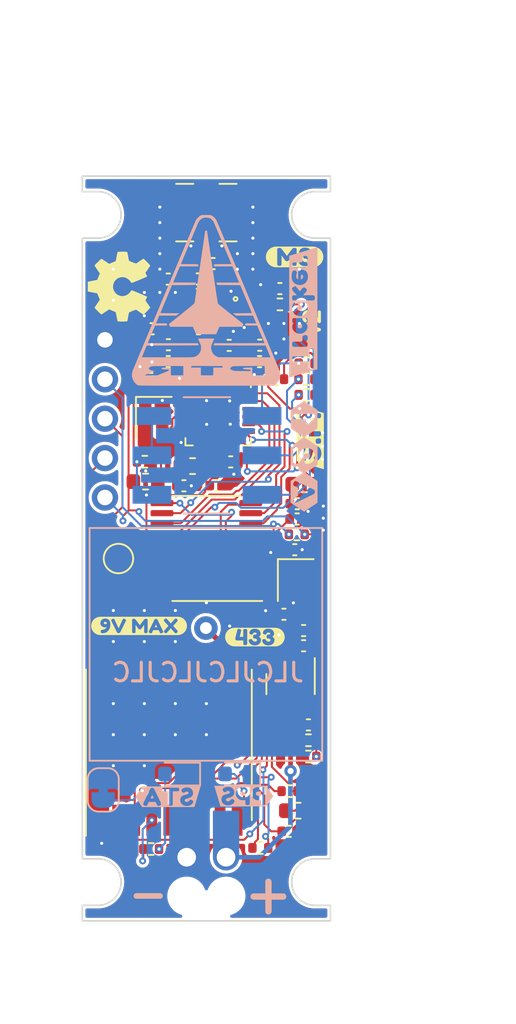
<source format=kicad_pcb>
(kicad_pcb (version 20221018) (generator pcbnew)
  (title_block (title "Tracker") (date "2023-02-07") (rev "1") (company "Polskie Towarzystwo Rakietowe") (comment 1 "bartekM, FlyingBanana, Kretu, Red Labs, karmelek, U.S. air force i inni"))
  (layers (0 "F.Cu" signal) (31 "B.Cu" signal) (34 "B.Paste" user) (35 "F.Paste" user) (36 "B.SilkS" user "B.Silkscreen") (37 "F.SilkS" user "F.Silkscreen") (38 "B.Mask" user) (39 "F.Mask" user) (44 "Edge.Cuts" user))
  (net 0 "")
  (net 1 "Net-(AE1-A)")
  (net 2 "+BATT")
  (net 3 "GND")
  (net 4 "Net-(U1-VREG)")
  (net 5 "Net-(U3-VDD{slash}VDDA)")
  (net 6 "Net-(U1-VR_PA)")
  (net 7 "+3V3")
  (net 8 "Net-(U1-RFI_P)")
  (net 9 "Net-(U4-V_BACKUP)")
  (net 10 "Net-(U1-RFI_N)")
  (net 11 "Net-(U5-RF2)")
  (net 12 "Net-(U1-RFO)")
  (net 13 "Net-(U5-RF1)")
  (net 14 "/Lora RF/3v3_lora")
  (net 15 "Net-(U5-RFC)")
  (net 16 "SPI1_MISO")
  (net 17 "SPI1_MOSI")
  (net 18 "SPI1_SCK")
  (net 19 "SPI1_SEL")
  (net 20 "Net-(J1-In)")
  (net 21 "XOUT")
  (net 22 "Net-(C13-Pad2)")
  (net 23 "Net-(U5-VCTL)")
  (net 24 "SWCLK")
  (net 25 "SWDIO")
  (net 26 "NRST")
  (net 27 "/Lora RF/XTA")
  (net 28 "USART1_RX")
  (net 29 "XIN")
  (net 30 "ADC_IN3")
  (net 31 "/Lora RF/XTB")
  (net 32 "USART1_TX")
  (net 33 "Net-(D1-A)")
  (net 34 "Net-(D2-A)")
  (net 35 "Net-(U1-DCC_SW)")
  (net 36 "Net-(U4-TIMEMARK)")
  (net 37 "Net-(U3-PA0)")
  (net 40 "PA4_INPUT")
  (net 41 "Net-(C20-Pad1)")
  (net 42 "Net-(C22-Pad2)")
  (net 43 "/Lora RF/CTL")
  (net 44 "Net-(R1-Pad2)")
  (net 45 "Net-(R2-Pad2)")
  (net 46 "Net-(R3-Pad2)")
  (net 47 "PA12")
  (net 48 "ADC_IN5")
  (net 49 "PA1_INPUT")
  (net 50 "PA2_INPUT")
  (footprint "Connector_Coaxial:SMA_Samtec_SMA-J-P-X-ST-EM1_EdgeMount" (layer "F.Cu") (at 152 84.5 180)
    (fp_text reference "J1")
    (fp_text value "Conn_Coaxial")
  )
  (footprint "Capacitor_SMD:C_0402_1005Metric" (layer "F.Cu") (at 158.27 112.27)
    (fp_text reference "C7")
    (fp_text value "1uF")
  )
  (footprint "Capacitor_SMD:C_0402_1005Metric" (layer "F.Cu") (at 148.5 91.84)
    (fp_text reference "C19")
    (fp_text value "18pF")
  )
  (footprint "Capacitor_SMD:C_0402_1005Metric" (layer "F.Cu") (at 157.7 106.08)
    (fp_text reference "C17")
    (fp_text value "20pF")
  )
  (footprint "Resistor_SMD:R_0402_1005Metric" (layer "F.Cu") (at 158.58 119.41 180)
    (fp_text reference "R9")
    (fp_text value "50k")
  )
  (footprint "Resistor_SMD:R_0402_1005Metric" (layer "F.Cu") (at 158.46 94.07 180)
    (fp_text reference "R1")
    (fp_text value "50k")
  )
  (footprint "Inductor_SMD:L_0603_1608Metric" (layer "F.Cu") (at 158.32 101.86 180)
    (fp_text reference "FB1")
    (fp_text value "200mA")
  )
  (footprint "Capacitor_SMD:C_0402_1005Metric" (layer "F.Cu") (at 152.7 101.95)
    (fp_text reference "C16")
    (fp_text value "100nF")
  )
  (footprint "kibuzzard-640F0FCE" (layer "F.Cu") (at 158.7 98.82 90)
    (fp_text reference "kibuzzard-640F0FCE" hide)
    (fp_text value "G***" hide)
  )
  (footprint "Capacitor_SMD:C_0402_1005Metric" (layer "F.Cu") (at 153.47 92.91)
    (fp_text reference "C11")
    (fp_text value "4.7pF")
  )
  (footprint "Resistor_SMD:R_0402_1005Metric" (layer "F.Cu") (at 158.58 118.36)
    (fp_text reference "R7")
    (fp_text value "100k")
  )
  (footprint "kibuzzard-65A3B6E4" (layer "F.Cu") (at 155.13 111.71)
    (fp_text reference "kibuzzard-65A3B6E4" hide)
    (fp_text value "G***" hide)
  )
  (footprint "Crystal:Crystal_SMD_2016-4Pin_2.0x1.6mm" (layer "F.Cu") (at 148.61 97.58 -90)
    (fp_text reference "Y1")
    (fp_text value "NX2016SA-32MHZ-STD-CZS-5")
  )
  (footprint "Capacitor_SMD:C_0402_1005Metric" (layer "F.Cu") (at 151.49 91.84 180)
    (fp_text reference "C13")
    (fp_text value "3.3pF")
  )
  (footprint "Capacitor_SMD:C_0402_1005Metric" (layer "F.Cu") (at 158.58 117.37)
    (fp_text reference "C2")
    (fp_text value "1uF")
  )
  (footprint "Inductor_SMD:L_0603_1608Metric" (layer "F.Cu") (at 148.08 101.69)
    (fp_text reference "FB3")
    (fp_text value "200mA")
  )
  (footprint "Capacitor_SMD:C_0402_1005Metric" (layer "F.Cu") (at 149.55 92.87 180)
    (fp_text reference "C4")
    (fp_text value "100pF")
  )
  (footprint "Package_SO:TSSOP-20_4.4x6.5mm_P0.65mm" (layer "F.Cu") (at 152 106 180)
    (fp_text reference "U3")
    (fp_text value "STM32G030F6P6")
  )
  (footprint "Capacitor_SMD:C_0402_1005Metric" (layer "F.Cu") (at 155.44 92.9 180)
    (fp_text reference "C12")
    (fp_text value "1pF")
  )
  (footprint "Crystal:Crystal_SMD_2016-4Pin_2.0x1.6mm" (layer "F.Cu") (at 157.76 108.04 -90)
    (fp_text reference "Y2")
    (fp_text value "NX2016SA-32MHZ-STD-CZS-5")
  )
  (footprint "Resistor_SMD:R_0402_1005Metric" (layer "F.Cu") (at 155.48 125.3 180)
    (fp_text reference "R10")
    (fp_text value "1k")
  )
  (footprint "Resistor_SMD:R_0402_1005Metric" (layer "F.Cu") (at 156.74 90.27 180)
    (fp_text reference "R5")
    (fp_text value "100R")
  )
  (footprint "Capacitor_SMD:C_0402_1005Metric" (layer "F.Cu") (at 148.42 95.05 180)
    (fp_text reference "C14")
    (fp_text value "100nF")
  )
  (footprint "TestPoint:TestPoint_Pad_D1.5mm" (layer "F.Cu") (at 146.33 106.65)
    (fp_text reference "TP1")
    (fp_text value "TestPoint")
  )
  (footprint "Capacitor_SMD:C_0402_1005Metric" (layer "F.Cu") (at 157 110.24 180)
    (fp_text reference "C18")
    (fp_text value "20pF")
  )
  (footprint "Resistor_SMD:R_0402_1005Metric" (layer "F.Cu") (at 157.36 121.64 180)
    (fp_text reference "R6")
    (fp_text value "10k")
  )
  (footprint "Inductor_SMD:L_0402_1005Metric" (layer "F.Cu") (at 151.51 93.97)
    (fp_text reference "L2")
    (fp_text value "68nH")
  )
  (footprint "Capacitor_SMD:C_0402_1005Metric" (layer "F.Cu") (at 153.57 100.42)
    (fp_text reference "C15")
    (fp_text value "100nF")
  )
  (footprint "Inductor_SMD:L_0402_1005Metric" (layer "F.Cu") (at 150.5 87.64)
    (fp_text reference "L6")
    (fp_text value "0R")
  )
  (footprint "Capacitor_SMD:C_0402_1005Metric" (layer "F.Cu") (at 155.43 93.96 180)
    (fp_text reference "C9")
    (fp_text value "3.3pF")
  )
  (footprint "Inductor_SMD:L_0603_1608Metric" (layer "F.Cu") (at 157.91 122.9)
    (fp_text reference "FB2")
    (fp_text value "200mA")
  )
  (footprint "Capacitor_SMD:C_0402_1005Metric" (layer "F.Cu") (at 157.85 104.1)
    (fp_text reference "C3")
    (fp_text value "4.7uF")
  )
  (footprint "Package_DFN_QFN:QFN-24-1EP_4x4mm_P0.5mm_EP2.7x2.7mm" (layer "F.Cu") (at 152.76 97.25)
    (fp_text reference "U1")
    (fp_text value "SX1262")
  )
  (footprint "kibuzzard-65194BBF" (layer "F.Cu") (at 157.69 87.21)
    (fp_text reference "kibuzzard-65194BBF" hide)
    (fp_text value "G***" hide)
  )
  (footprint "Inductor_SMD:L_0402_1005Metric" (layer "F.Cu") (at 149.48 90.82)
    (fp_text reference "L5")
    (fp_text value "15nH")
  )
  (footprint "Capacitor_SMD:C_0402_1005Metric" (layer "F.Cu") (at 150.55 101.96)
    (fp_text reference "C1")
    (fp_text value "470nF")
  )
  (footprint "Resistor_SMD:R_0402_1005Metric" (layer "F.Cu") (at 157.83 105.09 180)
    (fp_text reference "R12")
    (fp_text value "10k")
  )
  (footprint "Capacitor_SMD:C_0402_1005Metric" (layer "F.Cu") (at 151.48 89.62)
    (fp_text reference "C26")
    (fp_text value "100nF")
  )
  (footprint "Resistor_SMD:R_0402_1005Metric" (layer "F.Cu") (at 156.5 95.09 180)
    (fp_text reference "R4")
    (fp_text value "10k")
  )
  (footprint "Capacitor_SMD:C_0402_1005Metric" (layer "F.Cu") (at 149.54 93.96 180)
    (fp_text reference "C8")
    (fp_text value "22nF")
  )
  (footprint "kibuzzard-64020663" (layer "F.Cu") (at 147.66 110.99)
    (fp_text reference "kibuzzard-64020663" hide)
    (fp_text value "G***" hide)
  )
  (footprint "Inductor_SMD:L_0402_1005Metric" (layer "F.Cu") (at 153.48 93.97)
    (fp_text reference "L3")
    (fp_text value "33nH")
  )
  (footprint "Capacitor_SMD:C_0402_1005Metric" (layer "F.Cu") (at 157.34 124.23)
    (fp_text reference "C10")
    (fp_text value "100nF")
  )
  (footprint "Resistor_SMD:R_0402_1005Metric" (layer "F.Cu") (at 158.45 95.09 180)
    (fp_text reference "R2")
    (fp_text value "10k")
  )
  (footprint "Capacitor_SMD:C_0402_1005Metric" (layer "F.Cu") (at 151.49 90.81)
    (fp_text reference "C20")
    (fp_text value "100pF")
  )
  (footprint "stanley_footprints:QFN_6_1x1mm" (layer "F.Cu") (at 154.56 90.55)
    (fp_text reference "U5")
    (fp_text value "SKY13453-385LF")
  )
  (footprint "Resistor_SMD:R_0402_1005Metric" (layer "F.Cu") (at 148.03 100.41)
    (fp_text reference "R11")
    (fp_text value "50k")
  )
  (footprint "Package_TO_SOT_SMD:SOT-23" (layer "F.Cu") (at 157.43 114.74 -90)
    (fp_text reference "U2")
    (fp_text value "AP2210N-3.3TRG1")
  )
  (footprint "Resistor_SMD:R_0402_1005Metric" (layer "F.Cu") (at 158.46 96.1 180)
    (fp_text reference "R3")
    (fp_text value "5k")
  )
  (footprint "RF_GPS:SIM28ML" (layer "F.Cu") (at 149.58 118.66 90)
    (fp_text reference "U4")
    (fp_text value "SIM28ML")
  )
  (footprint "Capacitor_SMD:C_0402_1005Metric" (layer "F.Cu") (at 151.48 88.63 180)
    (fp_text reference "C22")
    (fp_text value "33pF")
  )
  (footprint "Resistor_SMD:R_0402_1005Metric" (layer "F.Cu") (at 148.44 125.37)
    (fp_text reference "R8")
    (fp_text value "1k")
  )
  (footprint "Inductor_SMD:L_0603_1608Metric" (layer "F.Cu") (at 151.11 100.69 180)
    (fp_text reference "L1")
    (fp_text value "15uH")
  )
  (footprint "Capacitor_SMD:C_0402_1005Metric" (layer "F.Cu") (at 158.27 111.29)
    (fp_text reference "C5")
    (fp_text value "1uF")
  )
  (footprint "Capacitor_SMD:C_0402_1005Metric" (layer "F.Cu") (at 156.74 89.25 180)
    (fp_text reference "C25")
    (fp_text value "100nF")
  )
  (footprint "Capacitor_SMD:C_0402_1005Metric" (layer "F.Cu") (at 152.43 87.64 180)
    (fp_text reference "C24")
    (fp_text value "TBD")
  )
  (footprint "Capacitor_SMD:C_0402_1005Metric" (layer "F.Cu") (at 149.54 88.64)
    (fp_text reference "C23")
    (fp_text value "TBD")
  )
  (footprint "Capacitor_SMD:C_0402_1005Metric" (layer "F.Cu") (at 153.01 91.28 90)
    (fp_text reference "C21")
    (fp_text value "15pF")
  )
  (footprint "Capacitor_SMD:C_0402_1005Metric" (layer "F.Cu") (at 157.86 103.115)
    (fp_text reference "C6")
    (fp_text value "100nF")
  )
  (footprint "Symbol:OSHW-Logo_5.7x6mm_SilkScreen" (layer "F.Cu") (at 147.37 89.13 90)
    (fp_text reference "REF**" hide)
    (fp_text value "OSHW-Logo_5.7x6mm_SilkScreen" hide)
  )
  (footprint "Inductor_SMD:L_0402_1005Metric" (layer "F.Cu") (at 151.51 92.89 180)
    (fp_text reference "L4")
    (fp_text value "3.9nH")
  )
  (footprint "kibuzzard-651ADEAE" (layer "B.Cu") (at 149.52 122 180)
    (fp_text reference "kibuzzard-651ADEAE" hide)
    (fp_text value "G***" hide)
  )
  (footprint "kibuzzard-63C2A895" (layer "B.Cu") (at 158.3 100.01 90)
    (fp_text reference "kibuzzard-63C2A895" hide)
    (fp_text value "G***" hide)
  )
  (footprint "kibuzzard-651ADEA2" (layer "B.Cu") (at 154.41 121.96 180)
    (fp_text reference "kibuzzard-651ADEA2" hide)
    (fp_text value "G***" hide)
  )
  (footprint "LED_SMD:LED_0603_1608Metric" (layer "B.Cu") (at 153.99 120.53 180)
    (fp_text reference "D2")
    (fp_text value "LED")
  )
  (footprint "Jumper:SolderJumper-2_P1.3mm_Bridged_RoundedPad1.0x1.5mm" (layer "B.Cu") (at 145.35 121.56 -90)
    (fp_text reference "JP1")
    (fp_text value "SolderJumper_2_Bridged")
  )
  (footprint "Connector_PinHeader_2.54mm:PinHeader_1x05_P2.54mm_Vertical" (layer "B.Cu") (at 145.46 92.555 180)
    (fp_text reference "J2")
    (fp_text value "Conn_01x05_Male")
  )
  (footprint "kibuzzard-63C2A8A3" (layer "B.Cu") (at 158.3 97.67 90)
    (fp_text reference "kibuzzard-63C2A8A3" hide)
    (fp_text value "G***" hide)
  )
  (footprint "stanley_footprints:ESD103EZ" (layer "B.Cu") (at 152.04 100 -90)
    (fp_text reference "SW1")
    (fp_text value "SW_DIP_x03")
  )
  (footprint "stanley_footprints:ANT1575-1540D" (layer "B.Cu") (at 151.97 112.18 180)
    (fp_text reference "AE1")
    (fp_text value "Antenna")
  )
  (footprint "stanley_footprints:ptr_logo_11" (layer "B.Cu") (at 152 90 180)
    (fp_text reference "G***")
    (fp_text value "LOGO" hide)
  )
  (footprint "kibuzzard-640F1272" (layer "B.Cu") (at 158.25 90.79 90)
    (fp_text reference "kibuzzard-640F1272" hide)
    (fp_text value "G***" hide)
  )
  (footprint "stanley_footprints:sturdy_2.54_battery_screw" (layer "B.Cu") (at 152 125.9 180)
    (fp_text reference "BT1")
    (fp_text value "Battery")
  )
  (footprint "LED_SMD:LED_0603_1608Metric" (layer "B.Cu") (at 150.11 120.54 180)
    (fp_text reference "D1")
    (fp_text value "LED")
  )
  (footprint "kibuzzard-6408E8C9" (layer "B.Cu") (at 158.3 102.35 90)
    (fp_text reference "kibuzzard-6408E8C9" hide)
    (fp_text value "G***" hide)
  )
  (gr_line (start 157 130) (end 147 130) (stroke (width 0.1)) (layer "Edge.Cuts"))
  (gr_line (start 144 126) (end 144 86) (stroke (width 0.1)) (layer "Edge.Cuts"))
  (gr_line (start 160 86) (end 160 126) (stroke (width 0.1)) (layer "Edge.Cuts"))
  (gr_line (start 145 126) (end 144 126) (stroke (width 0.1)) (layer "Edge.Cuts"))
  (gr_arc (start 159 129) (mid 157.5 127.5) (end 159 126) (stroke (width 0.1)) (layer "Edge.Cuts"))
  (gr_line (start 160 130) (end 160 129) (stroke (width 0.1)) (layer "Edge.Cuts"))
  (gr_line (start 144 130) (end 147 130) (stroke (width 0.1)) (layer "Edge.Cuts"))
  (gr_line (start 144 129) (end 145 129) (stroke (width 0.1)) (layer "Edge.Cuts"))
  (gr_line (start 144 83) (end 145 83) (stroke (width 0.1)) (layer "Edge.Cuts"))
  (gr_line (start 160 83) (end 159 83) (stroke (width 0.1)) (layer "Edge.Cuts"))
  (gr_line (start 144 83) (end 144 82) (stroke (width 0.1)) (layer "Edge.Cuts"))
  (gr_line (start 160 86) (end 159 86) (stroke (width 0.1)) (layer "Edge.Cuts"))
  (gr_line (start 157 82) (end 147 82) (stroke (width 0.1)) (layer "Edge.Cuts"))
  (gr_arc (start 159 86) (mid 157.5 84.5) (end 159 83) (stroke (width 0.1)) (layer "Edge.Cuts"))
  (gr_arc (start 145 126) (mid 146.5 127.5) (end 145 129) (stroke (width 0.1)) (layer "Edge.Cuts"))
  (gr_arc (start 145 83) (mid 146.5 84.5) (end 145 86) (stroke (width 0.1)) (layer "Edge.Cuts"))
  (gr_line (start 159 129) (end 160 129) (stroke (width 0.1)) (layer "Edge.Cuts"))
  (gr_line (start 144 86) (end 145 86) (stroke (width 0.1)) (layer "Edge.Cuts"))
  (gr_line (start 144 129) (end 144 130) (stroke (width 0.1)) (layer "Edge.Cuts"))
  (gr_line (start 159 126) (end 160 126) (stroke (width 0.1)) (layer "Edge.Cuts"))
  (gr_line (start 157 130) (end 160 130) (stroke (width 0.1)) (layer "Edge.Cuts"))
  (gr_line (start 144 82) (end 147 82) (stroke (width 0.1)) (layer "Edge.Cuts"))
  (gr_line (start 157 82) (end 160 82) (stroke (width 0.1)) (layer "Edge.Cuts"))
  (gr_line (start 160 82) (end 160 83) (stroke (width 0.1)) (layer "Edge.Cuts"))
  (gr_text "-" (at 148.25 128.25) (layer "B.SilkS") (effects (font (size 2 2) (thickness 0.35)) (justify mirror)))
  (gr_text "+" (at 156 128.25) (layer "B.SilkS") (effects (font (size 2.5 2.5) (thickness 0.4)) (justify mirror)))
  (gr_text "JLCJLCJLCJLC" (at 152.09 113.99) (layer "B.SilkS") (effects (font (size 1.2 1.2) (thickness 0.2)) (justify mirror)))
  (gr_text "v2" (at 159.42 92.41 90) (layer "F.SilkS") (effects (font (size 1 1) (thickness 0.2) bold) (justify left bottom)))
  (gr_text "-" (at 148.25 128.25) (layer "F.SilkS") (effects (font (size 2 2) (thickness 0.35))))
  (gr_text "+" (at 156 128.25) (layer "F.SilkS") (effects (font (size 2.5 2.5) (thickness 0.4))))
  (segment (start 152.88 112.04) (end 151.97 111.13) (width 0.35) (layer "F.Cu") (net 1))
  (segment (start 152.88 113.81) (end 152.88 112.04) (width 0.35) (layer "F.Cu") (net 1))
  (segment (start 158.07 118.36) (end 157.43 118.36) (width 0.127) (layer "F.Cu") (net 2))
  (segment (start 157.43 118.36) (end 157.43 117.37) (width 0.3) (layer "F.Cu") (net 2))
  (segment (start 158.1 117.37) (end 157.43 117.37) (width 0.127) (layer "F.Cu") (net 2))
  (segment (start 157.43 117.37) (end 157.43 115.6775) (width 0.3) (layer "F.Cu") (net 2))
  (segment (start 157.43 120.343) (end 157.43 118.36) (width 0.3) (layer "F.Cu") (net 2))
  (via (at 157.43 120.343) (size 0.8) (drill 0.4) (layers "F.Cu" "B.Cu") (net 2))
  (segment (start 157.43 120.343) (end 157.42 120.353) (width 0.3) (layer "B.Cu") (net 2))
  (segment (start 157.42 123.89) (end 155.41 125.9) (width 0.3) (layer "B.Cu") (net 2))
  (segment (start 157.42 120.353) (end 157.42 123.89) (width 0.3) (layer "B.Cu") (net 2))
  (segment (start 155.41 125.9) (end 153.27 125.9) (width 0.3) (layer "B.Cu") (net 2))
  (via (at 148 112) (size 0.45) (drill 0.2) (layers "F.Cu" "B.Cu") (net 3))
  (via (at 150 116) (size 0.45) (drill 0.2) (layers "F.Cu" "B.Cu") (net 3))
  (via (at 150.37 99.17) (size 0.45) (drill 0.2) (layers "F.Cu" "B.Cu") (net 3))
  (via (at 153.74 92.01) (size 0.45) (drill 0.2) (layers "F.Cu" "B.Cu") (net 3))
  (via (at 150 118) (size 0.45) (drill 0.2) (layers "F.Cu" "B.Cu") (net 3))
  (via (at 152.02 98) (size 0.45) (drill 0.2) (layers "F.Cu" "B.Cu") (net 3))
  (via (at 155 84) (size 0.45) (drill 0.2) (layers "F.Cu" "B.Cu") (net 3))
  (via (at 157.61 109.5055) (size 0.45) (drill 0.2) (layers "F.Cu" "B.Cu") (net 3))
  (via (at 158 88) (size 0.45) (drill 0.2) (layers "F.Cu" "B.Cu") (net 3))
  (via (at 152.01 96.47) (size 0.45) (drill 0.2) (layers "F.Cu" "B.Cu") (net 3))
  (via (at 155 88) (size 0.45) (drill 0.2) (layers "F.Cu" "B.Cu") (net 3))
  (via (at 148 120) (size 0.45) (drill 0.2) (layers "F.Cu" "B.Cu") (net 3))
  (via (at 159.54 103.27) (size 0.45) (drill 0.2) (layers "F.Cu" "B.Cu") (net 3))
  (via (at 155 86) (size 0.45) (drill 0.2) (layers "F.Cu" "B.Cu") (net 3))
  (via (at 157 91.5) (size 0.45) (drill 0.2) (layers "F.Cu" "B.Cu") (net 3))
  (via (at 149 87) (size 0.45) (drill 0.2) (layers "F.Cu" "B.Cu") (net 3))
  (via (at 149.16 96.460498) (size 0.45) (drill 0.2) (layers "F.Cu" "B.Cu") (net 3))
  (via (at 154.44 91.76) (size 0.45) (drill 0.2) (layers "F.Cu" "B.Cu") (net 3))
  (via (at 151 86.5) (size 0.45) (drill 0.2) (layers "F.Cu" "B.Cu") (net 3))
  (via (at 148 89.5) (size 0.45) (drill 0.2) (layers "F.Cu" "B.Cu") (net 3))
  (via (at 149 89.5) (size 0.45) (drill 0.2) (layers "F.Cu" "B.Cu") (net 3))
  (via (at 149 88) (size 0.45) (drill 0.2) (layers "F.Cu" "B.Cu") (net 3))
  (via (at 146 88) (size 0.45) (drill 0.2) (layers "F.Cu" "B.Cu") (net 3))
  (via (at 152 109.5) (size 0.45) (drill 0.2) (layers "F.Cu" "B.Cu") (net 3))
  (via (at 150 112) (size 0.45) (drill 0.2) (layers "F.Cu" "B.Cu") (net 3))
  (via (at 156.68 111.57) (size 0.45) (drill 0.2) (layers "F.Cu" "B.Cu") (net 3))
  (via (at 146 118) (size 0.45) (drill 0.2) (layers "F.Cu" "B.Cu") (net 3))
  (via (at 153.54 97.99) (size 0.45) (drill 0.2) (layers "F.Cu" "B.Cu") (net 3))
  (via (at 146 120) (size 0.45) (drill 0.2) (layers "F.Cu" "B.Cu") (net 3))
  (via (at 148 118) (size 0.45) (drill 0.2) (layers "F.Cu" "B.Cu") (net 3))
  (via (at 153 86.5) (size 0.45) (drill 0.2) (layers "F.Cu" "B.Cu") (net 3))
  (via (at 146 110) (size 0.45) (drill 0.2) (layers "F.Cu" "B.Cu") (net 3))
  (via (at 154 87) (size 0.45) (drill 0.2) (layers "F.Cu" "B.Cu") (net 3))
  (via (at 148.09 101) (size 0.45) (drill 0.2) (layers "F.Cu" "B.Cu") (net 3))
  (via (at 153.5 96.49) (size 0.45) (drill 0.2) (layers "F.Cu" "B.Cu") (net 3))
  (via (at 155 85) (size 0.45) (drill 0.2) (layers "F.Cu" "B.Cu") (net 3))
  (via (at 156 91.5) (size 0.45) (drill 0.2) (layers "F.Cu" "B.Cu") (net 3))
  (via (at 146 112) (size 0.45) (drill 0.2) (layers "F.Cu" "B.Cu") (net 3))
  (via (at 154 88) (size 0.45) (drill 0.2) (layers "F.Cu" "B.Cu") (net 3))
  (via (at 156.15 106.26) (size 0.45) (drill 0.2) (layers "F.Cu" "B.Cu") (net 3))
  (via (at 150 110) (size 0.45) (drill 0.2) (layers "F.Cu" "B.Cu") (net 3))
  (via (at 158 91.5) (size 0.45) (drill 0.2) (layers "F.Cu" "B.Cu") (net 3))
  (via (at 155 87) (size 0.45) (drill 0.2) (layers "F.Cu" "B.Cu") (net 3))
  (via (at 157 92.5) (size 0.45) (drill 0.2) (layers "F.Cu" "B.Cu") (net 3))
  (via (at 149 85) (size 0.45) (drill 0.2) (layers "F.Cu" "B.Cu") (net 3))
  (via (at 153.59 89.42) (size 0.45) (drill 0.2) (layers "F.Cu" "B.Cu") (net 3))
  (via (at 148 91) (size 0.45) (drill 0.2) (layers "F.Cu" "B.Cu") (net 3))
  (via (at 159.4865 100.25) (size 0.45) (drill 0.2) (layers "F.Cu" "B.Cu") (net 3))
  (via (at 152 118) (size 0.45) (drill 0.2) (layers "F.Cu" "B.Cu") (net 3))
  (via (at 148 116) (size 0.45) (drill 0.2) (layers "F.Cu" "B.Cu") (net 3))
  (via (at 158.5595 103.61) (size 0.45) (drill 0.2) (layers "F.Cu" "B.Cu") (net 3))
  (via (at 153.5 111) (size 0.45) (drill 0.2) (layers "F.Cu" "B.Cu") (net 3))
  (via (at 155.5 89) (size 0.45) (drill 0.2) (layers "F.Cu" "B.Cu") (net 3))
  (via (at 146 116) (size 0.45) (drill 0.2) (layers "F.Cu" "B.Cu") (net 3))
  (via (at 153.77 101.2135) (size 0.45) (drill 0.2) (layers "F.Cu" "B.Cu") (net 3))
  (via (at 150 89.5) (size 0.45) (drill 0.2) (layers "F.Cu" "B.Cu") (net 3))
  (via (at 159.54 104.05) (size 0.45) (drill 0.2) (layers "F.Cu" "B.Cu") (net 3))
  (via (at 149 86) (size 0.45) (drill 0.2) (layers "F.Cu" "B.Cu") (net 3))
  (via (at 145.25 125) (size 0.45) (drill 0.2) (layers "F.Cu" "B.Cu") (net 3))
  (via (at 155.09 94.79) (size 0.45) (drill 0.2) (layers "F.Cu" "B.Cu") (net 3))
  (via (at 152 116) (size 0.45) (drill 0.2) (layers "F.Cu" "B.Cu") (net 3))
  (via (at 156.48 93.41) (size 0.45) (drill 0.2) (layers "F.Cu" "B.Cu") (net 3))
  (via (at 150.27 95.04) (size 0.45) (drill 0.2) (layers "F.Cu" "B.Cu") (net 3))
  (via (at 148.48 92.87) (size 0.45) (drill 0.2) (layers "F.Cu" "B.Cu") (net 3))
  (via (at 159.54 104.82) (size 0.45) (drill 0.2) (layers "F.Cu" "B.Cu") (net 3))
  (via (at 159.49 98.54) (size 0.45) (drill 0.2) (layers "F.Cu" "B.Cu") (net 3))
  (via (at 149 84) (size 0.45) (drill 0.2) (layers "F.Cu" "B.Cu") (net 3))
  (via (at 158.18 106.08) (size 0.45) (drill 0.2) (layers "F.Cu" "B.Cu") (net 3))
  (via (at 155.82 110.01) (size 0.45) (drill 0.2) (layers "F.Cu" "B.Cu") (net 3))
  (via (at 148.49 93.98) (size 0.45) (drill 0.2) (layers "F.Cu" "B.Cu") (net 3))
  (via (at 148 110) (size 0.45) (drill 0.2) (layers "F.Cu" "B.Cu") (net 3))
  (via (at 147.72 94.28) (size 0.45) (drill 0.2) (layers "F.Cu" "B.Cu") (net 3))
  (via (at 151.03 101.96) (size 0.45) (drill 0.2) (layers "F.Cu" "B.Cu") (net 3))
  (via (at 159.49 99.42) (size 0.45) (drill 0.2) (layers "F.Cu" "B.Cu") (net 3))
  (via (at 146 90) (size 0.45) (drill 0.2) (layers "F.Cu" "B.Cu") (net 3))
  (segment (start 150.3225 100.69) (end 150.3225 100.0475) (width 0.127) (layer "F.Cu") (net 4))
  (segment (start 150.07 101.96) (end 150.07 101.52) (width 0.127) (layer "F.Cu") (net 4))
  (segment (start 150.07 101.52) (end 150.3225 101.2675) (width 0.127) (layer "F.Cu") (net 4))
  (segment (start 150.3225 101.2675) (end 150.3225 100.69) (width 0.127) (layer "F.Cu") (net 4))
  (segment (start 150.3225 100.0475) (end 151.1575 99.2125) (width 0.127) (layer "F.Cu") (net 4))
  (segment (start 151.1575 99.2125) (end 151.51 99.2125) (width 0.127) (layer "F.Cu") (net 4))
  (segment (start 154.8625 106.975) (end 156.195 106.975) (width 0.127) (layer "F.Cu") (net 5))
  (segment (start 157.37 104.1) (end 157.37 103.125) (width 0.127) (layer "F.Cu") (net 5))
  (segment (start 157.385 103.11) (end 157.38 103.115) (width 0.127) (layer "F.Cu") (net 5))
  (segment (start 156.659 104.811) (end 157.37 104.1) (width 0.127) (layer "F.Cu") (net 5))
  (segment (start 156.659 106.511) (end 156.659 104.811) (width 0.127) (layer "F.Cu") (net 5))
  (segment (start 157.385 102.025) (end 157.385 103.11) (width 0.127) (layer "F.Cu") (net 5))
  (segment (start 156.195 106.975) (end 156.659 106.511) (width 0.127) (layer "F.Cu") (net 5))
  (segment (start 157.37 103.125) (end 157.38 103.115) (width 0.127) (layer "F.Cu") (net 5))
  (segment (start 151.025 95.095) (end 151.2175 95.2875) (width 0.35) (layer "F.Cu") (net 6))
  (segment (start 151.025 93.97) (end 151.025 95.095) (width 0.35) (layer "F.Cu") (net 6))
  (segment (start 150.03 93.95) (end 150.02 93.96) (width 0.35) (layer "F.Cu") (net 6))
  (segment (start 151.2175 95.2875) (end 151.46 95.2875) (width 0.35) (layer "F.Cu") (net 6))
  (segment (start 150.03 93.97) (end 150.02 93.96) (width 0.35) (layer "F.Cu") (net 6))
  (segment (start 150.03 92.87) (end 150.03 93.95) (width 0.35) (layer "F.Cu") (net 6))
  (segment (start 151.025 93.97) (end 150.03 93.97) (width 0.35) (layer "F.Cu") (net 6))
  (segment (start 159.076017 96.206017) (end 158.97 96.1) (width 0.127) (layer "F.Cu") (net 7))
  (segment (start 159.1075 101.8075) (end 158.36 101.06) (width 0.127) (layer "F.Cu") (net 7))
  (segment (start 147.04 101.69) (end 146.982569 101.632569) (width 0.127) (layer "F.Cu") (net 7))
  (segment (start 156.48 113.8025) (end 156.48 112.73) (width 0.127) (layer "F.Cu") (net 7))
  (segment (start 158.36 101.06) (end 158.36 100.51) (width 0.127) (layer "F.Cu") (net 7))
  (segment (start 158.3175 110.65) (end 159.0475 109.92) (width 0.127) (layer "F.Cu") (net 7))
  (segment (start 156.94 112.27) (end 157.79 112.27) (width 0.127) (layer "F.Cu") (net 7))
  (segment (start 146.982569 90.857431) (end 146.982569 101.632569) (width 0.127) (layer "F.Cu") (net 7))
  (segment (start 153.72 90.3) (end 153.04 89.62) (width 0.127) (layer "F.Cu") (net 7))
  (segment (start 158.36 100.51) (end 158.3445 100.4945) (width 0.127) (layer "F.Cu") (net 7))
  (segment (start 153.04 89.62) (end 151.96 89.62) (width 0.127) (layer "F.Cu") (net 7))
  (segment (start 158.97 94.07) (end 158.97 93.63) (width 0.127) (layer "F.Cu") (net 7))
  (segment (start 147.576069 103.547569) (end 146.982569 103.547569) (width 0.127) (layer "F.Cu") (net 7))
  (segment (start 157.01 94.126436) (end 157.01 95.09) (width 0.127) (layer "F.Cu") (net 7))
  (segment (start 156.2285 115.2615) (end 156.48 115.01) (width 0.127) (layer "F.Cu") (net 7))
  (segment (start 147.6485 103.62) (end 147.576069 103.547569) (width 0.127) (layer "F.Cu") (net 7))
  (segment (start 158.97 93.63) (end 158.74 93.4) (width 0.127) (layer "F.Cu") (net 7))
  (segment (start 158.34 105.09) (end 159.0475 105.09) (width 0.127) (layer "F.Cu") (net 7))
  (segment (start 151.96 90.03) (end 151.78 90.21) (width 0.127) (layer "F.Cu") (net 7))
  (segment (start 156.48 115.01) (end 156.48 113.8025) (width 0.127) (layer "F.Cu") (net 7))
  (segment (start 157.53 121.64) (end 157.3835 121.4935) (width 0.127) (layer "F.Cu") (net 7))
  (segment (start 157.87 121.64) (end 157.53 121.64) (width 0.127) (layer "F.Cu") (net 7))
  (segment (start 159.1075 101.86) (end 159.1075 101.8075) (width 0.127) (layer "F.Cu") (net 7))
  (segment (start 158.3445 98.326344) (end 159.076017 97.594827) (width 0.127) (layer "F.Cu") (net 7))
  (segment (start 157.87 122.75) (end 157.72 122.9) (width 0.127) (layer "F.Cu") (net 7))
  (segment (start 147.2925 101.69) (end 147.04 101.69) (width 0.127) (layer "F.Cu") (net 7))
  (segment (start 159.076017 97.594827) (end 159.076017 96.206017) (width 0.127) (layer "F.Cu") (net 7))
  (segment (start 146.62 103.910138) (end 146.982569 103.547569) (width 0.127) (layer "F.Cu") (net 7))
  (segment (start 157.87 121.64) (end 157.87 122.75) (width 0.127) (layer "F.Cu") (net 7))
  (segment (start 151.96 89.62) (end 151.96 90.03) (width 0.127) (layer "F.Cu") (net 7))
  (segment (start 147.63 90.21) (end 146.982569 90.857431) (width 0.127) (layer "F.Cu") (net 7))
  (segment (start 158.06 110.65) (end 158.3175 110.65) (width 0.127) (layer "F.Cu") (net 7))
  (segment (start 157.72 122.9) (end 157.1225 122.9) (width 0.127) (layer "F.Cu") (net 7))
  (segment (start 156.2285 120.079831) (end 156.2285 115.2615) (width 0.127) (layer "F.Cu") (net 7))
  (segment (start 157.3835 121.4935) (end 157.3835 121.234831) (width 0.127) (layer "F.Cu") (net 7))
  (segment (start 157.3835 121.234831) (end 156.2285 120.079831) (width 0.127) (layer "F.Cu") (net 7))
  (segment (start 158.74 93.4) (end 157.736436 93.4) (width 0.127) (layer "F.Cu") (net 7))
  (segment (start 157.79 110.92) (end 158.06 110.65) (width 0.127) (layer "F.Cu") (net 7))
  (segment (start 158.96 95.09) (end 158.96 94.08) (width 0.127) (layer "F.Cu") (net 7))
  (segment (start 158.97 96.1) (end 158.97 95.1) (width 0.127) (layer "F.Cu") (net 7))
  (segment (start 157.736436 93.4) (end 157.01 94.126436) (width 0.127) (layer "F.Cu") (net 7))
  (segment (start 146.62 104.22) (end 146.62 103.910138) (width 0.127) (layer "F.Cu") (net 7))
  (segment (start 159.0475 109.92) (end 159.0475 105.09) (width 0.127) (layer "F.Cu") (net 7))
  (segment (start 157.79 112.27) (end 157.79 111.29) (width 0.127) (layer "F.Cu") (net 7))
  (segment (start 146.982569 103.547569) (end 146.982569 101.632569) (width 0.127) (layer "F.Cu") (net 7))
  (segment (start 158.96 94.08) (end 158.97 94.07) (width 0.127) (layer "F.Cu") (net 7))
  (segment (start 156.48 112.73) (end 156.94 112.27) (width 0.127) (layer "F.Cu") (net 7))
  (segment (start 154.075 90.3) (end 153.72 90.3) (width 0.127) (layer "F.Cu") (net 7))
  (segment (start 157.79 111.29) (end 157.79 110.92) (width 0.127) (layer "F.Cu") (net 7))
  (segment (start 151.78 90.21) (end 147.63 90.21) (width 0.127) (layer "F.Cu") (net 7))
  (segment (start 159.0475 105.09) (end 159.0475 101.92) (width 0.127) (layer "F.Cu") (net 7))
  (segment (start 159.0475 101.92) (end 159.1075 101.86) (width 0.127) (layer "F.Cu") (net 7))
  (segment (start 158.3445 100.4945) (end 158.3445 98.326344) (width 0.127) (layer "F.Cu") (net 7))
  (via (at 146.62 104.22) (size 0.45) (drill 0.2) (layers "F.Cu" "B.Cu") (net 7))
  (via (at 158.34 105.09) (size 0.45) (drill 0.2) (layers "F.Cu" "B.Cu") (net 7))
  (via (at 147.6485 103.62) (size 0.45) (drill 0.2) (layers "F.Cu" "B.Cu") (net 7))
  (segment (start 148.063 104.223) (end 155.637 104.223) (width 0.127) (layer "B.Cu") (net 7))
  (segment (start 155.637 104.223) (end 155.926614 103.933386) (width 0.127) (layer "B.Cu") (net 7))
  (segment (start 147.6485 103.8085) (end 148.063 104.223) (width 0.127) (layer "B.Cu") (net 7))
  (segment (start 146.62 103.875) (end 145.46 102.715) (width 0.127) (layer "B.Cu") (net 7))
  (segment (start 147.6485 103.62) (end 147.6485 103.8085) (width 0.127) (layer "B.Cu") (net 7))
  (segment (start 146.62 104.22) (end 146.62 103.875) (width 0.127) (layer "B.Cu") (net 7))
  (segment (start 155.926614 103.933386) (end 157.183386 103.933386) (width 0.127) (layer "B.Cu") (net 7))
  (segment (start 157.183386 103.933386) (end 158.34 105.09) (width 0.127) (layer "B.Cu") (net 7))
  (segment (start 145.032 103.143) (end 145.46 102.715) (width 0.127) (layer "B.Cu") (net 7))
  (segment (start 153.975 93.96) (end 153.965 93.97) (width 0.35) (layer "F.Cu") (net 8))
  (segment (start 153.82 94.51) (end 153.965 94.365) (width 0.127) (layer "F.Cu") (net 8))
  (segment (start 153.356242 94.51) (end 153.82 94.51) (width 0.127) (layer "F.Cu") (net 8))
  (segment (start 154.95 93.96) (end 153.975 93.96) (width 0.35) (layer "F.Cu") (net 8))
  (segment (start 153.01 94.856242) (end 153.356242 94.51) (width 0.127) (layer "F.Cu") (net 8))
  (segment (start 153.01 95.2875) (end 153.01 94.856242) (width 0.127) (layer "F.Cu") (net 8))
  (segment (start 153.965 94.365) (end 153.965 93.97) (width 0.127) (layer "F.Cu") (net 8))
  (segment (start 155.73 123.78) (end 155.73 121.92) (width 0.127) (layer "F.Cu") (net 9))
  (segment (start 158.182448 122.9) (end 157.8235 123.258948) (width 0.127) (layer "F.Cu") (net 9))
  (segment (start 157.541004 123.6385) (end 157.530865 123.6385) (width 0.127) (layer "F.Cu") (net 9))
  (segment (start 157.8235 123.356004) (end 157.541004 123.6385) (width 0.127) (layer "F.Cu") (net 9))
  (segment (start 154.81226 121.13) (end 154.06 121.13) (width 0.127) (layer "F.Cu") (net 9))
  (segment (start 155.23776 121.5555) (end 154.81226 121.13) (width 0.127) (layer "F.Cu") (net 9))
  (segment (start 157.8235 123.258948) (end 157.8235 123.356004) (width 0.127) (layer "F.Cu") (net 9))
  (segment (start 156.18 124.23) (end 155.73 123.78) (width 0.127) (layer "F.Cu") (net 9))
  (segment (start 156.86 124.23) (end 156.18 124.23) (width 0.127) (layer "F.Cu") (net 9))
  (segment (start 152.88 122.31) (end 152.88 123.51) (width 0.127) (layer "F.Cu") (net 9))
  (segment (start 158.6975 122.9) (end 158.182448 122.9) (width 0.127) (layer "F.Cu") (net 9))
  (segment (start 155.3655 121.5555) (end 155.23776 121.5555) (width 0.127) (layer "F.Cu") (net 9))
  (segment (start 152.88 122.31) (end 152.71 122.14) (width 0.127) (layer "F.Cu") (net 9))
  (segment (start 155.73 121.92) (end 155.3655 121.5555) (width 0.127) (layer "F.Cu") (net 9))
  (segment (start 157.2765 123.892865) (end 157.2765 124.1535) (width 0.127) (layer "F.Cu") (net 9))
  (segment (start 154.06 121.13) (end 152.88 122.31) (width 0.127) (layer "F.Cu") (net 9))
  (segment (start 152.71 122.14) (end 150.9 122.14) (width 0.127) (layer "F.Cu") (net 9))
  (segment (start 150.9 122.14) (end 150.68 122.36) (width 0.127) (layer "F.Cu") (net 9))
  (segment (start 157.2765 124.1535) (end 157.2 124.23) (width 0.127) (layer "F.Cu") (net 9))
  (segment (start 157.2 124.23) (end 156.86 124.23) (width 0.127) (layer "F.Cu") (net 9))
  (segment (start 157.530865 123.6385) (end 157.2765 123.892865) (width 0.127) (layer "F.Cu") (net 9))
  (segment (start 150.68 122.36) (end 150.68 123.51) (width 0.127) (layer "F.Cu") (net 9))
  (segment (start 152.995 92.915) (end 152.99 92.91) (width 0.35) (layer "F.Cu") (net 10))
  (segment (start 152.51 95.2875) (end 152.51 94.83) (width 0.127) (layer "F.Cu") (net 10))
  (segment (start 152.995 93.97) (end 152.995 92.915) (width 0.35) (layer "F.Cu") (net 10))
  (segment (start 152.995 94.345) (end 152.995 93.97) (width 0.127) (layer "F.Cu") (net 10))
  (segment (start 152.51 94.83) (end 152.995 94.345) (width 0.127) (layer "F.Cu") (net 10))
  (segment (start 155.045 90.8) (end 155.045 92.815) (width 0.35) (layer "F.Cu") (net 11))
  (segment (start 154.96 92.9) (end 153.96 92.9) (width 0.35) (layer "F.Cu") (net 11))
  (segment (start 155.045 92.815) (end 154.96 92.9) (width 0.35) (layer "F.Cu") (net 11))
  (segment (start 153.96 92.9) (end 153.95 92.91) (width 0.35) (layer "F.Cu") (net 11))
  (segment (start 151.995 93.97) (end 151.995 92.89) (width 0.35) (layer "F.Cu") (net 12))
  (segment (start 152.01 95.2875) (end 152.01 93.985) (width 0.35) (layer "F.Cu") (net 12))
  (segment (start 151.995 91.865) (end 151.97 91.84) (width 0.35) (layer "F.Cu") (net 12))
  (segment (start 152.01 93.985) (end 151.995 93.97) (width 0.35) (layer "F.Cu") (net 12))
  (segment (start 151.995 92.89) (end 151.995 91.865) (width 0.35) (layer "F.Cu") (net 12))
  (segment (start 153.01 90.8) (end 154.075 90.8) (width 0.35) (layer "F.Cu") (net 13))
  (segment (start 153 90.81) (end 153.01 90.8) (width 0.35) (layer "F.Cu") (net 13))
  (segment (start 151.97 90.81) (end 153 90.81) (width 0.35) (layer "F.Cu") (net 13))
  (segment (start 153.01 99.2125) (end 153.51 99.2125) (width 0.127) (layer "F.Cu") (net 14))
  (segment (start 153.01 99.2125) (end 153.01 100.34) (width 0.127) (layer "F.Cu") (net 14))
  (segment (start 150.31 96) (end 149.36 95.05) (width 0.127) (layer "F.Cu") (net 14))
  (segment (start 153.01 100.34) (end 153.09 100.42) (width 0.127) (layer "F.Cu") (net 14))
  (segment (start 148.9 95.47) (end 148.74 95.63) (width 0.127) (layer "F.Cu") (net 14))
  (segment (start 147.309569 99.479569) (end 147.6465 99.8165) (width 0.127) (layer "F.Cu") (net 14))
  (segment (start 152.22 101.61) (end 152.22 101.95) (width 0.127) (layer "F.Cu") (net 14))
  (segment (start 152.22 101.95) (end 151.921552 102.248448) (width 0.127) (layer "F.Cu") (net 14))
  (segment (start 152.7 101.47) (end 152.36 101.47) (width 0.127) (layer "F.Cu") (net 14))
  (segment (start 148.830064 99.8165) (end 149.0735 100.059936) (width 0.127) (layer "F.Cu") (net 14))
  (segment (start 147.6465 99.8165) (end 148.830064 99.8165) (width 0.127) (layer "F.Cu") (net 14))
  (segment (start 151.707552 102.56) (end 149.15 102.56) (width 0.127) (layer "F.Cu") (net 14))
  (segment (start 148.8675 102.2775) (end 148.8675 101.69) (width 0.127) (layer "F.Cu") (net 14))
  (segment (start 151.921552 102.346) (end 151.707552 102.56) (width 0.127) (layer "F.Cu") (net 14))
  (segment (start 153.09 100.42) (end 153.09 101.08) (width 0.127) (layer "F.Cu") (net 14))
  (segment (start 149.15 102.56) (end 148.8675 102.2775) (width 0.127) (layer "F.Cu") (net 14))
  (segment (start 149.36 95.05) (end 148.9 95.05) (width 0.127) (layer "F.Cu") (net 14))
  (segment (start 153.09 101.08) (end 152.7 101.47) (width 0.127) (layer "F.Cu") (net 14))
  (segment (start 151.921552 102.248448) (end 151.921552 102.346) (width 0.127) (layer "F.Cu") (net 14))
  (segment (start 149.0735 100.059936) (end 149.0735 101.484) (width 0.127) (layer "F.Cu") (net 14))
  (segment (start 152.36 101.47) (end 152.22 101.61) (width 0.127) (layer "F.Cu") (net 14))
  (segment (start 150.7975 96) (end 150.31 96) (width 0.127) (layer "F.Cu") (net 14))
  (segment (start 148.74 95.63) (end 147.66 95.63) (width 0.127) (layer "F.Cu") (net 14))
  (segment (start 148.9 95.05) (end 148.9 95.47) (width 0.127) (layer "F.Cu") (net 14))
  (segment (start 147.66 95.63) (end 147.309569 95.980431) (width 0.127) (layer "F.Cu") (net 14))
  (segment (start 149.0735 101.484) (end 148.8675 101.69) (width 0.127) (layer "F.Cu") (net 14))
  (segment (start 147.309569 95.980431) (end 147.309569 99.479569) (width 0.127) (layer "F.Cu") (net 14))
  (segment (start 151.96 88.63) (end 153.33 88.63) (width 0.35) (layer "F.Cu") (net 15))
  (arc (start 153.33 88.63) (mid 154.199741 88.990259) (end 154.56 89.86) (width 0.35) (layer "F.Cu") (net 15))
  (segment (start 154.7225 97) (end 155.39 97) (width 0.127) (layer "F.Cu") (net 16))
  (segment (start 154.083052 102.2845) (end 153.938985 102.2845) (width 0.127) (layer "F.Cu") (net 16))
  (segment (start 156.06 100.307552) (end 154.083052 102.2845) (width 0.127) (layer "F.Cu") (net 16))
  (segment (start 150.355 104.375) (end 149.1375 104.375) (width 0.127) (layer "F.Cu") (net 16))
  (segment (start 156.06 97.67) (end 156.06 100.307552) (width 0.127) (layer "F.Cu") (net 16))
  (segment (start 153.938985 102.2845) (end 153.699985 102.5235) (width 0.127) (layer "F.Cu") (net 16))
  (segment (start 152.2065 102.5235) (end 150.355 104.375) (width 0.127) (layer "F.Cu") (net 16))
  (segment (start 153.699985 102.5235) (end 152.2065 102.5235) (width 0.127) (layer "F.Cu") (net 16))
  (segment (start 155.39 97) (end 156.06 97.67) (width 0.127) (layer "F.Cu") (net 16))
  (segment (start 150.167448 105.025) (end 152.341948 102.8505) (width 0.127) (layer "F.Cu") (net 17))
  (segment (start 156.387 100.443) (end 156.387 97.264552) (width 0.127) (layer "F.Cu") (net 17))
  (segment (start 155.622448 96.5) (end 154.7225 96.5) (width 0.127) (layer "F.Cu") (net 17))
  (segment (start 154.074433 102.6115) (end 154.2185 102.6115) (width 0.127) (layer "F.Cu") (net 17))
  (segment (start 156.387 97.264552) (end 155.622448 96.5) (width 0.127) (layer "F.Cu") (net 17))
  (segment (start 154.2185 102.6115) (end 156.387 100.443) (width 0.127) (layer "F.Cu") (net 17))
  (segment (start 149.1375 105.025) (end 150.167448 105.025) (width 0.127) (layer "F.Cu") (net 17))
  (segment (start 152.341948 102.8505) (end 153.835433 102.8505) (width 0.127) (layer "F.Cu") (net 17))
  (segment (start 153.835433 102.8505) (end 154.074433 102.6115) (width 0.127) (layer "F.Cu") (net 17))
  (segment (start 156 101.540498) (end 156 101.294896) (width 0.127) (layer "F.Cu") (net 18))
  (segment (start 150.335844 103.725) (end 149.1375 103.725) (width 0.127) (layer "F.Cu") (net 18))
  (segment (start 150.989931 103.070913) (end 150.335844 103.725) (width 0.127) (layer "F.Cu") (net 18))
  (segment (start 156.714 100.580896) (end 156.714 96.784) (width 0.127) (layer "F.Cu") (net 18))
  (segment (start 156 101.294896) (end 156.714 100.580896) (width 0.127) (layer "F.Cu") (net 18))
  (segment (start 156.714 96.784) (end 155.93 96) (width 0.127) (layer "F.Cu") (net 18))
  (segment (start 150.989931 103.049931) (end 150.989931 103.070913) (width 0.127) (layer "F.Cu") (net 18))
  (segment (start 155.93 96) (end 154.7225 96) (width 0.127) (layer "F.Cu") (net 18))
  (via (at 150.989931 103.049931) (size 0.45) (drill 0.2) (layers "F.Cu" "B.Cu") (net 18))
  (via (at 156 101.540498) (size 0.45) (drill 0.2) (layers "F.Cu" "B.Cu") (net 18))
  (segment (start 155.838998 101.7015) (end 156 101.540498) (width 0.127) (layer "B.Cu") (net 18))
  (segment (start 152.338362 101.7015) (end 155.838998 101.7015) (width 0.127) (layer "B.Cu") (net 18))
  (segment (start 150.989931 103.049931) (end 152.338362 101.7015) (width 0.127) (layer "B.Cu") (net 18))
  (segment (start 157.376509 96.984061) (end 155.99 95.597552) (width 0.127) (layer "F.Cu") (net 19))
  (segment (start 152.54351 103.339075) (end 152.315821 103.339075) (width 0.127) (layer "F.Cu") (net 19))
  (segment (start 155.63 95.09) (end 155.99 95.09) (width 0.127) (layer "F.Cu") (net 19))
  (segment (start 152.315821 103.339075) (end 149.979896 105.675) (width 0.127) (layer "F.Cu") (net 19))
  (segment (start 149.979896 105.675) (end 149.1375 105.675) (width 0.127) (layer "F.Cu") (net 19))
  (segment (start 158.015 96.984061) (end 157.376509 96.984061) (width 0.127) (layer "F.Cu") (net 19))
  (segment (start 154.01 95.2875) (end 155.4325 95.2875) (width 0.127) (layer "F.Cu") (net 19))
  (segment (start 155.99 95.597552) (end 155.99 95.09) (width 0.127) (layer "F.Cu") (net 19))
  (segment (start 155.4325 95.2875) (end 155.63 95.09) (width 0.127) (layer "F.Cu") (net 19))
  (via (at 152.54351 103.339075) (size 0.45) (drill 0.2) (layers "F.Cu" "B.Cu") (net 19))
  (via (at 158.015 96.984061) (size 0.45) (drill 0.2) (layers "F.Cu" "B.Cu") (net 19))
  (segment (start 156.963948 103.3785) (end 158.6715 101.670948) (width 0.127) (layer "B.Cu") (net 19))
  (segment (start 158.6715 101.670948) (end 158.6715 98.166604) (width 0.127) (layer "B.Cu") (net 19))
  (segment (start 152.54351 103.339075) (end 152.822585 103.06) (width 0.127) (layer "B.Cu") (net 19))
  (segment (start 153.912354 103.06) (end 154.230854 103.3785) (width 0.127) (layer "B.Cu") (net 19))
  (segment (start 158.6715 98.166604) (end 158.015 97.510104) (width 0.127) (layer "B.Cu") (net 19))
  (segment (start 154.230854 103.3785) (end 156.963948 103.3785) (width 0.127) (layer "B.Cu") (net 19))
  (segment (start 158.015 97.510104) (end 158.015 96.984061) (width 0.127) (layer "B.Cu") (net 19))
  (segment (start 152.822585 103.06) (end 153.912354 103.06) (width 0.127) (layer "B.Cu") (net 19))
  (segment (start 151.95 87.64) (end 151.95 84.35) (width 0.35) (layer "F.Cu") (net 20))
  (segment (start 151.95 84.35) (end 152 84.3) (width 0.35) (layer "F.Cu") (net 20))
  (segment (start 150.985 87.64) (end 151.95 87.64) (width 0.35) (layer "F.Cu") (net 20))
  (segment (start 156.46 107.34) (end 156.175 107.625) (width 0.127) (layer "F.Cu") (net 21))
  (segment (start 157.21 106.21) (end 157.21 107.34) (width 0.127) (layer "F.Cu") (net 21))
  (segment (start 157.21 107.34) (end 156.46 107.34) (width 0.127) (layer "F.Cu") (net 21))
  (segment (start 156.175 107.625) (end 154.8625 107.625) (width 0.127) (layer "F.Cu") (net 21))
  (segment (start 157.22 106.2) (end 157.21 106.21) (width 0.127) (layer "F.Cu") (net 21))
  (segment (start 157.22 106.08) (end 157.22 106.2) (width 0.127) (layer "F.Cu") (net 21))
  (segment (start 148.98 90.835) (end 148.995 90.82) (width 0.35) (layer "F.Cu") (net 22))
  (segment (start 148.98 91.84) (end 148.98 90.835) (width 0.35) (layer "F.Cu") (net 22))
  (segment (start 151.01 91.84) (end 148.98 91.84) (width 0.35) (layer "F.Cu") (net 22))
  (segment (start 151.01 91.84) (end 151.01 92.875) (width 0.35) (layer "F.Cu") (net 22))
  (segment (start 151.01 92.875) (end 151.025 92.89) (width 0.35) (layer "F.Cu") (net 22))
  (segment (start 155.045 90.3) (end 156.2 90.3) (width 0.127) (layer "F.Cu") (net 23))
  (segment (start 156.23 90.27) (end 156.23 89.28) (width 0.127) (layer "F.Cu") (net 23))
  (segment (start 156.23 89.28) (end 156.26 89.25) (width 0.127) (layer "F.Cu") (net 23))
  (segment (start 149.1375 108.275) (end 145.625 108.275) (width 0.127) (layer "F.Cu") (net 24))
  (segment (start 144.3465 103.176227) (end 144.3465 101.2885) (width 0.127) (layer "F.Cu") (net 24))
  (segment (start 144.998773 103.8285) (end 144.3465 103.176227) (width 0.127) (layer "F.Cu") (net 24))
  (segment (start 145.625 108.275) (end 144.843 107.493) (width 0.127) (layer "F.Cu") (net 24))
  (segment (start 145.2685 103.8285) (end 144.998773 103.8285) (width 0.127) (layer "F.Cu") (net 24))
  (segment (start 145.52 104.08) (end 145.2685 103.8285) (width 0.127) (layer "F.Cu") (net 24))
  (segment (start 144.3465 101.2885) (end 145.46 100.175) (width 0.127) (layer "F.Cu") (net 24))
  (segment (start 144.843 105.454552) (end 145.52 104.777552) (width 0.127) (layer "F.Cu") (net 24))
  (segment (start 145.52 104.777552) (end 145.52 104.08) (width 0.127) (layer "F.Cu") (net 24))
  (segment (start 144.843 107.493) (end 144.843 105.454552) (width 0.127) (layer "F.Cu") (net 24))
  (segment (start 146.59 98.765) (end 145.46 97.635) (width 0.127) (layer "F.Cu") (net 25))
  (segment (start 147.912 107.948) (end 145.760448 107.948) (width 0.127) (layer "F.Cu") (net 25))
  (segment (start 149.1375 107.625) (end 148.235 107.625) (width 0.127) (layer "F.Cu") (net 25))
  (segment (start 146.59 103.33) (end 146.59 98.765) (width 0.127) (layer "F.Cu") (net 25))
  (segment (start 145.17 105.59) (end 146 104.76) (width 0.127) (layer "F.Cu") (net 25))
  (segment (start 145.17 107.357552) (end 145.17 105.59) (width 0.127) (layer "F.Cu") (net 25))
  (segment (start 146 103.92) (end 146.59 103.33) (width 0.127) (layer "F.Cu") (net 25))
  (segment (start 145.760448 107.948) (end 145.17 107.357552) (width 0.127) (layer "F.Cu") (net 25))
  (segment (start 146 104.76) (end 146 103.92) (width 0.127) (layer "F.Cu") (net 25))
  (segment (start 148.235 107.625) (end 147.912 107.948) (width 0.127) (layer "F.Cu") (net 25))
  (segment (start 155.855 105.675) (end 154.8625 105.675) (width 0.127) (layer "F.Cu") (net 26))
  (segment (start 156.332 104.421886) (end 156.332 105.198) (width 0.127) (layer "F.Cu") (net 26))
  (segment (start 156.332 105.198) (end 155.855 105.675) (width 0.127) (layer "F.Cu") (net 26))
  (via (at 156.332 104.421886) (size 0.45) (drill 0.2) (layers "F.Cu" "B.Cu") (net 26))
  (via (at 157.32 105.09) (size 0.45) (drill 0.2) (layers "F.Cu" "B.Cu") (net 26))
  (segment (start 146.59 96.28) (end 146.59 103.33) (width 0.127) (layer "B.Cu") (net 26))
  (segment (start 145.46 95.095) (end 145.405 95.095) (width 0.127) (layer "B.Cu") (net 26))
  (segment (start 147.81 104.55) (end 156.203886 104.55) (width 0.127) (layer "B.Cu") (net 26))
  (segment (start 156.203886 104.55) (end 156.332 104.421886) (width 0.127) (layer "B.Cu") (net 26))
  (segment (start 156.651886 104.421886) (end 157.32 105.09) (width 0.127) (layer "B.Cu") (net 26))
  (segment (start 156.332 104.421886) (end 156.651886 104.421886) (width 0.127) (layer "B.Cu") (net 26))
  (segment (start 145.405 95.095) (end 146.59 96.28) (width 0.127) (layer "B.Cu") (net 26))
  (segment (start 146.59 103.33) (end 147.81 104.55) (width 0.127) (layer "B.Cu") (net 26))
  (segment (start 148.418002 95.971998) (end 148.06 96.33) (width 0.127) (layer "F.Cu") (net 27))
  (segment (start 149.667446 95.971998) (end 148.418002 95.971998) (width 0.127) (layer "F.Cu") (net 27))
  (segment (start 149.92 96.224552) (end 149.667446 95.971998) (width 0.127) (layer "F.Cu") (net 27))
  (segment (start 150.7975 97) (end 150.12 97) (width 0.127) (layer "F.Cu") (net 27))
  (segment (start 148.06 96.33) (end 148.06 96.88) (width 0.127) (layer "F.Cu") (net 27))
  (segment (start 150.12 97) (end 149.92 96.8) (width 0.127) (layer "F.Cu") (net 27))
  (segment (start 149.92 96.8) (end 149.92 96.224552) (width 0.127) (layer "F.Cu") (net 27))
  (segment (start 146.28 124.59) (end 146.28 123.51) (width 0.127) (layer "F.Cu") (net 28))
  (segment (start 154.439146 124.7735) (end 146.4635 124.7735) (width 0.127) (layer "F.Cu") (net 28))
  (segment (start 154.8625 109.760052) (end 154.8625 108.925) (width 0.127) (layer "F.Cu") (net 28))
  (segment (start 155.9015 120.001086) (end 155.9015 110.799052) (width 0.127) (layer "F.Cu") (net 28))
  (segment (start 154.8 124.412646) (end 154.439146 124.7735) (width 0.127) (layer "F.Cu") (net 28))
  (segment (start 154.8 124.4) (end 154.8 124.412646) (width 0.127) (layer "F.Cu") (net 28))
  (segment (start 155.9015 110.799052) (end 154.8625 109.760052) (width 0.127) (layer "F.Cu") (net 28))
  (segment (start 146.4635 124.7735) (end 146.28 124.59) (width 0.127) (layer "F.Cu") (net 28))
  (segment (start 155.642293 120.260293) (end 155.9015 120.001086) (width 0.127) (layer "F.Cu") (net 28))
  (via (at 155.642293 120.260293) (size 0.45) (drill 0.2) (layers "F.Cu" "B.Cu") (net 28))
  (via (at 154.8 124.4) (size 0.45) (drill 0.2) (layers "F.Cu" "B.Cu") (net 28))
  (segment (start 154.8 124.4) (end 155.68 123.52) (width 0.127) (layer "B.Cu") (net 28))
  (segment (start 155.68 120.298) (end 155.642293 120.260293) (width 0.127) (layer "B.Cu") (net 28))
  (segment (start 155.68 123.52) (end 155.68 120.298) (width 0.127) (layer "B.Cu") (net 28))
  (segment (start 157.400635 110.24) (end 157.380635 110.22) (width 0.127) (layer "F.Cu") (net 29))
  (segment (start 158.31 109.87) (end 157.94 110.24) (width 0.127) (layer "F.Cu") (net 29))
  (segment (start 157.0635 110.1435) (end 157.0635 109.902865) (width 0.127) (layer "F.Cu") (net 29))
  (segment (start 157.380635 110.22) (end 157.14 110.22) (width 0.127) (layer "F.Cu") (net 29))
  (segment (start 157.0635 109.902865) (end 156.261479 109.100844) (width 0.127) (layer "F.Cu") (net 29))
  (segment (start 155.975 108.275) (end 154.8625 108.275) (width 0.127) (layer "F.Cu") (net 29))
  (segment (start 157.507656 110.267656) (end 157.48 110.24) (width 0.127) (layer "F.Cu") (net 29))
  (segment (start 157.48 110.24) (end 157.400635 110.24) (width 0.127) (layer "F.Cu") (net 29))
  (segment (start 157.14 110.22) (end 157.0635 110.1435) (width 0.127) (layer "F.Cu") (net 29))
  (segment (start 158.31 108.74) (end 158.31 109.87) (width 0.127) (layer "F.Cu") (net 29))
  (segment (start 156.261479 108.561479) (end 155.975 108.275) (width 0.127) (layer "F.Cu") (net 29))
  (segment (start 157.94 110.24) (end 157.48 110.24) (width 0.127) (layer "F.Cu") (net 29))
  (segment (start 157.632344 110.267656) (end 157.507656 110.267656) (width 0.127) (layer "F.Cu") (net 29))
  (segment (start 156.261479 109.100844) (end 156.261479 108.561479) (width 0.127) (layer "F.Cu") (net 29))
  (segment (start 153.396429 103.177) (end 154.7605 103.177) (width 0.127) (layer "F.Cu") (net 30))
  (segment (start 154.9205 111.205396) (end 152.926 109.210896) (width 0.127) (layer "F.Cu") (net 30))
  (segment (start 154.7605 103.177) (end 154.8625 103.075) (width 0.127) (layer "F.Cu") (net 30))
  (segment (start 154.9205 119.1495) (end 154.9205 111.205396) (width 0.127) (layer "F.Cu") (net 30))
  (segment (start 153.99 119.96) (end 154.11 119.96) (width 0.127) (layer "F.Cu") (net 30))
  (segment (start 159.09 118.36) (end 159.09 119.41) (width 0.127) (layer "F.Cu") (net 30))
  (segment (start 154.11 119.96) (end 154.9205 119.1495) (width 0.127) (layer "F.Cu") (net 30))
  (segment (start 152.926 103.647429) (end 153.396429 103.177) (width 0.127) (layer "F.Cu") (net 30))
  (segment (start 152.926 109.210896) (end 152.926 103.647429) (width 0.127) (layer "F.Cu") (net 30))
  (via (at 153.99 119.96) (size 0.45) (drill 0.2) (layers "F.Cu" "B.Cu") (net 30))
  (via (at 159.09 119.41) (size 0.45) (drill 0.2) (layers "F.Cu" "B.Cu") (net 30))
  (segment (start 159.09 119.61) (end 159.09 119.41) (width 0.127) (layer "B.Cu") (net 30))
  (segment (start 159.02 119.68) (end 159.09 119.61) (width 0.127) (layer "B.Cu") (net 30))
  (segment (start 153.99 119.96) (end 154.27 119.68) (width 0.127) (layer "B.Cu") (net 30))
  (segment (start 154.27 119.68) (end 159.02 119.68) (width 0.127) (layer "B.Cu") (net 30))
  (segment (start 149.64 98.28) (end 149.81 98.11) (width 0.127) (layer "F.Cu") (net 31))
  (segment (start 149.16 98.28) (end 149.64 98.28) (width 0.127) (layer "F.Cu") (net 31))
  (segment (start 149.97 97.5) (end 150.7975 97.5) (width 0.127) (layer "F.Cu") (net 31))
  (segment (start 149.81 98.11) (end 149.81 97.66) (width 0.127) (layer "F.Cu") (net 31))
  (segment (start 149.81 97.66) (end 149.97 97.5) (width 0.127) (layer "F.Cu") (net 31))
  (segment (start 154.5935 118.4265) (end 152.517 120.503) (width 0.127) (layer "F.Cu") (net 32))
  (segment (start 150.187844 120.503) (end 149.570844 121.12) (width 0.127) (layer "F.Cu") (net 32))
  (segment (start 149.570844 121.12) (end 147.67 121.12) (width 0.127) (layer "F.Cu") (net 32))
  (segment (start 154.5935 111.340844) (end 154.5935 118.4265) (width 0.127) (layer "F.Cu") (net 32))
  (segment (start 152.177656 108.925) (end 154.5935 111.340844) (width 0.127) (layer "F.Cu") (net 32))
  (segment (start 152.517 120.503) (end 150.187844 120.503) (width 0.127) (layer "F.Cu") (net 32))
  (segment (start 149.1375 108.925) (end 152.177656 108.925) (width 0.127) (layer "F.Cu") (net 32))
  (segment (start 147.67 121.12) (end 147.38 121.41) (width 0.127) (layer "F.Cu") (net 32))
  (segment (start 147.38 121.41) (end 147.38 123.51) (width 0.127) (layer "F.Cu") (net 32))
  (via (at 148.95 125.37) (size 0.45) (drill 0.2) (layers "F.Cu" "B.Cu") (net 33))
  (segment (start 149.34 120.5575) (end 149.34 124.98) (width 0.127) (layer "B.Cu") (net 33))
  (segment (start 149.34 124.98) (end 148.95 125.37) (width 0.127) (layer "B.Cu") (net 33))
  (segment (start 149.3225 120.54) (end 149.34 120.5575) (width 0.127) (layer "B.Cu") (net 33))
  (segment (start 155.13 125.14) (end 154.97 125.3) (width 0.127) (layer "F.Cu") (net 34))
  (segment (start 155.326431 123.133785) (end 155.326431 124.733569) (width 0.127) (layer "F.Cu") (net 34))
  (segment (start 155.326431 124.733569) (end 155.13 124.93) (width 0.127) (layer "F.Cu") (net 34))
  (segment (start 154.43 121.618) (end 154.43 122.237354) (width 0.127) (layer "F.Cu") (net 34))
  (segment (start 155.13 124.93) (end 155.13 125.14) (width 0.127) (layer "F.Cu") (net 34))
  (segment (start 154.43 122.237354) (end 155.326431 123.133785) (width 0.127) (layer "F.Cu") (net 34))
  (via (at 154.43 121.618) (size 0.45) (drill 0.2) (layers "F.Cu" "B.Cu") (net 34))
  (segment (start 153.2025 120.53) (end 153.2 120.5325) (width 0.127) (layer "B.Cu") (net 34))
  (segment (start 154.0765 120.8165) (end 153.79 120.53) (width 0.127) (layer "B.Cu") (net 34))
  (segment (start 154.43 121.618) (end 154.0765 121.2645) (width 0.127) (layer "B.Cu") (net 34))
  (segment (start 153.79 120.53) (end 153.2025 120.53) (width 0.127) (layer "B.Cu") (net 34))
  (segment (start 154.0765 121.2645) (end 154.0765 120.8165) (width 0.127) (layer "B.Cu") (net 34))
  (segment (start 151.925 100.085) (end 152.08 99.93) (width 0.127) (layer "F.Cu") (net 35))
  (segment (start 152.3 99.93) (end 152.51 99.72) (width 0.127) (layer "F.Cu") (net 35))
  (segment (start 152.51 99.72) (end 152.51 99.2125) (width 0.127) (layer "F.Cu") (net 35))
  (segment (start 151.925 101.065) (end 151.925 100.085) (width 0.127) (layer "F.Cu") (net 35))
  (segment (start 152.08 99.93) (end 152.3 99.93) (width 0.127) (layer "F.Cu") (net 35))
  (segment (start 147.93 125.37) (end 147.93 126.1) (width 0.127) (layer "F.Cu") (net 36))
  (segment (start 147.93 126.1) (end 147.89 126.14) (width 0.127) (layer "F.Cu") (net 36))
  (via (at 148.48 123.51) (size 0.45) (drill 0.2) (layers "F.Cu" "B.Cu") (net 36))
  (via (at 147.89 126.14) (size 0.45) (drill 0.2) (layers "F.Cu" "B.Cu") (net 36))
  (segment (start 147.89 126.14) (end 147.89 124.1) (width 0.127) (layer "B.Cu") (net 36))
  (segment (start 147.89 124.1) (end 148.48 123.51) (width 0.127) (layer "B.Cu") (net 36))
  (segment (start 155.355949 120.748793) (end 155.153793 120.546637) (width 0.127) (layer "F.Cu") (net 37))
  (segment (start 153.58 105.35) (end 153.905 105.025) (width 0.127) (layer "F.Cu") (net 37))
  (segment (start 155.5745 110.9345) (end 153.58 108.94) (width 0.127) (layer "F.Cu") (net 37))
  (segment (start 153.58 108.94) (end 153.58 105.35) (width 0.127) (layer "F.Cu") (net 37))
  (segment (start 155.814931 124.555069) (end 155.99 124.730138) (width 0.127) (layer "F.Cu") (net 37))
  (segment (start 153.905 105.025) (end 154.8625 105.025) (width 0.127) (layer "F.Cu") (net 37))
  (segment (start 156.171207 120.748793) (end 155.355949 120.748793) (width 0.127) (layer "F.Cu") (net 37))
  (segment (start 155.153793 120.546637) (end 155.153793 120.058655) (width 0.127) (layer "F.Cu") (net 37))
  (segment (start 155.5745 119.637948) (end 155.5745 110.9345) (width 0.127) (layer "F.Cu") (net 37))
  (segment (start 156.18 120.74) (end 156.171207 120.748793) (width 0.127) (layer "F.Cu") (net 37))
  (segment (start 155.153793 120.058655) (end 155.5745 119.637948) (width 0.127) (layer "F.Cu") (net 37))
  (segment (start 155.99 124.730138) (end 155.99 125.3) (width 0.127) (layer "F.Cu") (net 37))
  (via (at 155.814931 124.555069) (size 0.45) (drill 0.2) (layers "F.Cu" "B.Cu") (net 37))
  (via (at 156.18 120.74) (size 0.45) (drill 0.2) (layers "F.Cu" "B.Cu") (net 37))
  (segment (start 155.814931 124.555069) (end 156.007 124.363) (width 0.127) (layer "B.Cu") (net 37))
  (segment (start 156.007 120.913) (end 156.18 120.74) (width 0.127) (layer "B.Cu") (net 37))
  (segment (start 156.007 124.363) (end 156.007 120.913) (width 0.127) (layer "B.Cu") (net 37))
  (segment (start 155.2475 119.5025) (end 154.49 120.26) (width 0.127) (layer "F.Cu") (net 40))
  (segment (start 154.45 120.305292) (end 155.373208 121.2285) (width 0.127) (layer "F.Cu") (net 40))
  (segment (start 149.706292 121.447) (end 150.323292 120.83) (width 0.127) (layer "F.Cu") (net 40))
  (segment (start 153.626783 103.665) (end 153.626783 103.889717) (width 0.127) (layer "F.Cu") (net 40))
  (segment (start 154.49 120.26) (end 153.92 120.83) (width 0.127) (layer "F.Cu") (net 40))
  (segment (start 150.285 103.075) (end 150.29 103.08) (width 0.127) (layer "F.Cu") (net 40))
  (segment (start 150.323292 120.83) (end 153.92 120.83) (width 0.127) (layer "F.Cu") (net 40))
  (segment (start 153.253 104.2635) (end 153.253 109.075448) (width 0.127) (layer "F.Cu") (net 40))
  (segment (start 155.2475 111.069948) (end 155.2475 119.5025) (width 0.127) (layer "F.Cu") (net 40))
  (segment (start 155.9785 121.2285) (end 156.39 121.64) (width 0.127) (layer "F.Cu") (net 40))
  (segment (start 156.39 121.64) (end 156.85 121.64) (width 0.127) (layer "F.Cu") (net 40))
  (segment (start 153.626783 103.889717) (end 153.253 104.2635) (width 0.127) (layer "F.Cu") (net 40))
  (segment (start 147.870069 121.610069) (end 148.033138 121.447) (width 0.127) (layer "F.Cu") (net 40))
  (segment (start 148.033138 121.447) (end 149.706292 121.447) (width 0.127) (layer "F.Cu") (net 40))
  (segment (start 155.373208 121.2285) (end 155.9785 121.2285) (width 0.127) (layer "F.Cu") (net 40))
  (segment (start 149.1375 103.075) (end 150.285 103.075) (width 0.127) (layer "F.Cu") (net 40))
  (segment (start 153.253 109.075448) (end 155.2475 111.069948) (width 0.127) (layer "F.Cu") (net 40))
  (segment (start 154.45 120.3) (end 154.45 120.305292) (width 0.127) (layer "F.Cu") (net 40))
  (via (at 153.626783 103.665) (size 0.45) (drill 0.2) (layers "F.Cu" "B.Cu") (net 40))
  (via (at 147.870069 121.610069) (size 0.45) (drill 0.2) (layers "F.Cu" "B.Cu") (net 40))
  (via (at 150.29 103.08) (size 0.45) (drill 0.2) (layers "F.Cu" "B.Cu") (net 40))
  (segment (start 147.270138 122.21) (end 145.35 122.21) (width 0.127) (layer "B.Cu") (net 40))
  (segment (start 151.037575 103.827575) (end 150.29 103.08) (width 0.127) (layer "B.Cu") (net 40))
  (segment (start 153.626783 103.665) (end 153.464208 103.827575) (width 0.127) (layer "B.Cu") (net 40))
  (segment (start 147.870069 121.610069) (end 147.270138 122.21) (width 0.127) (layer "B.Cu") (net 40))
  (segment (start 153.464208 103.827575) (end 151.037575 103.827575) (width 0.127) (layer "B.Cu") (net 40))
  (segment (start 149.965 90.82) (end 151 90.82) (width 0.35) (layer "F.Cu") (net 41))
  (segment (start 151 90.82) (end 151.01 90.81) (width 0.35) (layer "F.Cu") (net 41))
  (segment (start 150.02 87.645) (end 150.015 87.64) (width 0.35) (layer "F.Cu") (net 42))
  (segment (start 151 88.63) (end 150.03 88.63) (width 0.35) (layer "F.Cu") (net 42))
  (segment (start 150.02 88.64) (end 150.02 87.645) (width 0.35) (layer "F.Cu") (net 42))
  (segment (start 150.03 88.63) (end 150.02 88.64) (width 0.35) (layer "F.Cu") (net 42))
  (segment (start 157.856 100.8) (end 157.856 99.754) (width 0.127) (layer "F.Cu") (net 43))
  (segment (start 154.61 99.39) (end 154.4325 99.2125) (width 0.127) (layer "F.Cu") (net 43))
  (segment (start 154.4325 99.2125) (end 154.01 99.2125) (width 0.127) (layer "F.Cu") (net 43))
  (segment (start 158.11 97.57) (end 158.119905 97.57) (width 0.127) (layer "F.Cu") (net 43))
  (segment (start 154.643707 101.033707) (end 154.61 101) (width 0.127) (layer "F.Cu") (net 43))
  (segment (start 158.297422 97.392483) (end 158.587517 97.392483) (width 0.127) (layer "F.Cu") (net 43))
  (segment (start 158.13 90.27) (end 157.25 90.27) (width 0.127) (layer "F.Cu") (net 43))
  (segment (start 154.61 101) (end 154.61 99.39) (width 0.127) (layer "F.Cu") (net 43))
  (segment (start 158.0175 99.5925) (end 158.0175 97.6625) (width 0.127) (layer "F.Cu") (net 43))
  (segment (start 158 99.61) (end 158.0175 99.5925) (width 0.127) (layer "F.Cu") (net 43))
  (segment (start 158.119905 97.57) (end 158.297422 97.392483) (width 0.127) (layer "F.Cu") (net 43))
  (segment (start 158.0175 97.6625) (end 158.11 97.57) (width 0.127) (layer "F.Cu") (net 43))
  (segment (start 157.856 99.754) (end 158 99.61) (width 0.127) (layer "F.Cu") (net 43))
  (via (at 158.587517 97.392483) (size 0.45) (drill 0.2) (layers "F.Cu" "B.Cu") (net 43))
  (via (at 158.13 90.27) (size 0.45) (drill 0.2) (layers "F.Cu" "B.Cu") (net 43))
  (via (at 154.643707 101.033707) (size 0.45) (drill 0.2) (layers "F.Cu" "B.Cu") (net 43))
  (via (at 157.856 100.8) (size 0.45) (drill 0.2) (layers "F.Cu" "B.Cu") (net 43))
  (segment (start 157.5115 90.8885) (end 158.13 90.27) (width 0.127) (layer "B.Cu") (net 43))
  (segment (start 158.587517 93.197517) (end 157.5115 92.1215) (width 0.127) (layer "B.Cu") (net 43))
  (segment (start 158.587517 97.392483) (end 158.587517 93.197517) (width 0.127) (layer "B.Cu") (net 43))
  (segment (start 157.856 100.8) (end 157.622293 101.033707) (width 0.127) (layer "B.Cu") (net 43))
  (segment (start 157.5115 92.1215) (end 157.5115 90.8885) (width 0.127) (layer "B.Cu") (net 43))
  (segment (start 157.622293 101.033707) (end 154.643707 101.033707) (width 0.127) (layer "B.Cu") (net 43))
  (via (at 157.95 94.07) (size 0.45) (drill 0.2) (layers "F.Cu" "B.Cu") (net 44))
  (segment (start 156.79 94.07) (end 157.95 94.07) (width 0.127) (layer "B.Cu") (net 44))
  (segment (start 155.59 97.46) (end 155.59 95.27) (width 0.127) (layer "B.Cu") (net 44))
  (segment (start 155.59 95.27) (end 156.79 94.07) (width 0.127) (layer "B.Cu") (net 44))
  (via (at 157.94 95.09) (size 0.45) (drill 0.2) (layers "F.Cu" "B.Cu") (net 45))
  (segment (start 157.6 100) (end 158.0175 99.5825) (width 0.127) (layer "B.Cu") (net 45))
  (segment (start 157.2 97.62) (end 157.2 95.83) (width 0.127) (layer "B.Cu") (net 45))
  (segment (start 158.0175 98.4375) (end 157.2 97.62) (width 0.127) (layer "B.Cu") (net 45))
  (segment (start 155.59 100) (end 157.6 100) (width 0.127) (layer "B.Cu") (net 45))
  (segment (start 157.2 95.83) (end 157.94 95.09) (width 0.127) (layer "B.Cu") (net 45))
  (segment (start 158.0175 99.5825) (end 158.0175 98.4375) (width 0.127) (layer "B.Cu") (net 45))
  (via (at 157.95 96.1) (size 0.45) (drill 0.2) (layers "F.Cu" "B.Cu") (net 46))
  (segment (start 157.34 102.54) (end 158.3445 101.5355) (width 0.127) (layer "B.Cu") (net 46))
  (segment (start 157.527 97.484552) (end 157.527 96.523) (width 0.127) (layer "B.Cu") (net 46))
  (segment (start 158.3445 101.5355) (end 158.3445 98.302052) (width 0.127) (layer "B.Cu") (net 46))
  (segment (start 158.3445 98.302052) (end 157.527 97.484552) (width 0.127) (layer "B.Cu") (net 46))
  (segment (start 155.59 102.54) (end 157.34 102.54) (width 0.127) (layer "B.Cu") (net 46))
  (segment (start 157.527 96.523) (end 157.95 96.1) (width 0.127) (layer "B.Cu") (net 46))
  (segment (start 149.1375 106.975) (end 146.655 106.975) (width 0.127) (layer "F.Cu") (net 47))
  (segment (start 146.655 106.975) (end 146.33 106.65) (width 0.127) (layer "F.Cu") (net 47))
  (segment (start 148.295 106.325) (end 149.1375 106.325) (width 0.127) (layer "F.Cu") (net 48))
  (segment (start 148.1365 106.1665) (end 148.295 106.325) (width 0.127) (layer "F.Cu") (net 48))
  (segment (start 148.1365 102.555617) (end 148.1365 106.1665) (width 0.127) (layer "F.Cu") (net 48))
  (via (at 147.52 100.41) (size 0.45) (drill 0.2) (layers "F.Cu" "B.Cu") (net 48))
  (via (at 148.1365 102.555617) (size 0.45) (drill 0.2) (layers "F.Cu" "B.Cu") (net 48))
  (segment (start 148.49 100) (end 148.49 97.46) (width 0.127) (layer "B.Cu") (net 48))
  (segment (start 147.52 102.15) (end 147.54 102.17) (width 0.127) (layer "B.Cu") (net 48))
  (segment (start 148.1365 102.555617) (end 148.152117 102.54) (width 0.127) (layer "B.Cu") (net 48))
  (segment (start 148.152117 102.54) (end 148.49 102.54) (width 0.127) (layer "B.Cu") (net 48))
  (segment (start 147.52 100.41) (end 147.52 102.15) (width 0.127) (layer "B.Cu") (net 48))
  (segment (start 157.368 100.851792) (end 156.8265 101.393292) (width 0.127) (layer "F.Cu") (net 49))
  (segment (start 157.368 99.45) (end 157.368 100.851792) (width 0.127) (layer "F.Cu") (net 49))
  (segment (start 155.685 104.375) (end 154.8625 104.375) (width 0.127) (layer "F.Cu") (net 49))
  (segment (start 154.7225 98.5) (end 154.7225 98.742998) (width 0.127) (layer "F.Cu") (net 49))
  (segment (start 156.538948 103.3735) (end 156.538948 103.521052) (width 0.127) (layer "F.Cu") (net 49))
  (segment (start 157.464 99.354) (end 157.368 99.45) (width 0.127) (layer "F.Cu") (net 49))
  (segment (start 156.8265 101.393292) (end 156.8265 103.085948) (width 0.127) (layer "F.Cu") (net 49))
  (segment (start 156.8265 103.085948) (end 156.538948 103.3735) (width 0.127) (layer "F.Cu") (net 49))
  (segment (start 156.538948 103.521052) (end 155.685 104.375) (width 0.127) (layer "F.Cu") (net 49))
  (segment (start 157.529 99.354) (end 157.464 99.354) (width 0.127) (layer "F.Cu") (net 49))
  (segment (start 154.7225 98.742998) (end 154.98 99.000498) (width 0.127) (layer "F.Cu") (net 49))
  (via (at 154.98 99.000498) (size 0.45) (drill 0.2) (layers "F.Cu" "B.Cu") (net 49))
  (via (at 157.529 99.354) (size 0.45) (drill 0.2) (layers "F.Cu" "B.Cu") (net 49))
  (segment (start 157.529 99.354) (end 157.175498 99.000498) (width 0.127) (layer "B.Cu") (net 49))
  (segment (start 157.175498 99.000498) (end 154.98 99.000498) (width 0.127) (layer "B.Cu") (net 49))
  (segment (start 157.041 98.620502) (end 157.041 100.716344) (width 0.127) (layer "F.Cu") (net 50))
  (segment (start 157.041 100.716344) (end 156.4995 101.257844) (width 0.127) (layer "F.Cu") (net 50))
  (segment (start 156.4995 101.257844) (end 156.4995 102.9505) (width 0.127) (layer "F.Cu") (net 50))
  (segment (start 157.202 98.459502) (end 157.041 98.620502) (width 0.127) (layer "F.Cu") (net 50))
  (segment (start 155.725 103.725) (end 154.8625 103.725) (width 0.127) (layer "F.Cu") (net 50))
  (segment (start 156.4995 102.9505) (end 155.725 103.725) (width 0.127) (layer "F.Cu") (net 50))
  (segment (start 155.35 98) (end 154.7225 98) (width 0.127) (layer "F.Cu") (net 50))
  (segment (start 155.5595 98.2095) (end 155.35 98) (width 0.127) (layer "F.Cu") (net 50))
  (segment (start 155.5595 98.459502) (end 155.5595 98.2095) (width 0.127) (layer "F.Cu") (net 50))
  (via (at 157.202 98.459502) (size 0.45) (drill 0.2) (layers "F.Cu" "B.Cu") (net 50))
  (via (at 155.5595 98.459502) (size 0.45) (drill 0.2) (layers "F.Cu" "B.Cu") (net 50))
  (segment (start 157.202 98.459502) (end 155.5595 98.459502) (width 0.127) (layer "B.Cu") (net 50))
  (zone (net 3) (net_name "GND") (layers "F&B.Cu") (connect_pads yes (clearance 0.2)) (min_thickness 0.2) (fill yes (thermal_gap 0.2) (thermal_bridge_width 0.2))
    (polygon (pts (xy 160 130) (xy 144 130) (xy 144 82) (xy 160 82)))
  )
)
</source>
